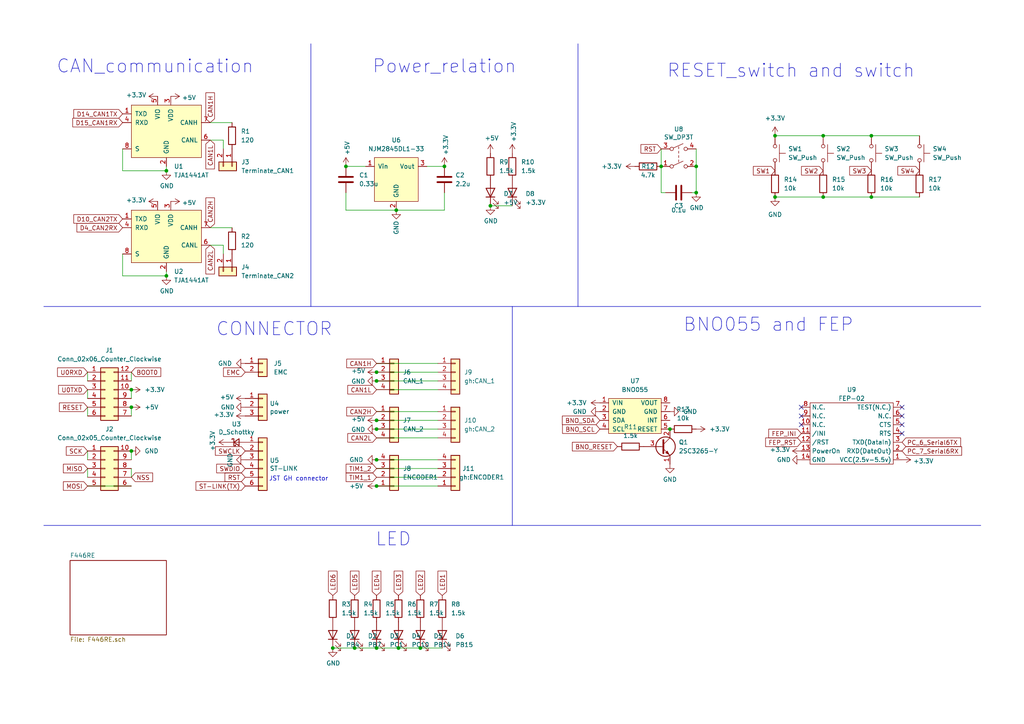
<source format=kicad_sch>
(kicad_sch (version 20230121) (generator eeschema)
  (paper "A4")
  (lib_symbols
    (symbol "+3.3V_1" (power) (pin_names (offset 0))
      (property "Value" "+3.3V_1" (at 0 3.556 0))
      (symbol "+3.3V_1_0_1"
        (polyline (pts (xy -0.762 1.27) (xy 0 2.54)))
        (polyline (pts (xy 0 0) (xy 0 2.54)))
        (polyline (pts (xy 0 2.54) (xy 0.762 1.27)))
      )
      (symbol "+3.3V_1_1_1"
        (pin power_in line (at 0 0 90) (length 0) hide (name "+3.3V") (number "1"))
      )
    )
    (symbol "+3.3V_2" (power) (pin_names (offset 0))
      (property "Value" "+3.3V_2" (at 0 3.556 0))
      (symbol "+3.3V_2_0_1"
        (polyline (pts (xy -0.762 1.27) (xy 0 2.54)))
        (polyline (pts (xy 0 0) (xy 0 2.54)))
        (polyline (pts (xy 0 2.54) (xy 0.762 1.27)))
      )
      (symbol "+3.3V_2_1_1"
        (pin power_in line (at 0 0 90) (length 0) hide (name "+3.3V") (number "1"))
      )
    )
    (symbol "+5V_1" (power) (pin_names (offset 0))
      (property "Value" "+5V_1" (at 0 3.556 0))
      (symbol "+5V_1_0_1"
        (polyline (pts (xy -0.762 1.27) (xy 0 2.54)))
        (polyline (pts (xy 0 0) (xy 0 2.54)))
        (polyline (pts (xy 0 2.54) (xy 0.762 1.27)))
      )
      (symbol "+5V_1_1_1"
        (pin power_in line (at 0 0 90) (length 0) hide (name "+5V") (number "1"))
      )
    )
    (symbol "Connector_Generic:Conn_01x02" (pin_names (offset 1.016) hide)
      (property "Reference" "J" (at 0 2.54 0))
      (property "Value" "Conn_01x02" (at 0 -5.08 0))
      (symbol "Conn_01x02_1_1"
        (rectangle (start -1.27 -2.413) (end 0 -2.667) (stroke (width 0.1524)))
        (rectangle (start -1.27 0.127) (end 0 -0.127) (stroke (width 0.1524)))
        (rectangle (start -1.27 1.27) (end 1.27 -3.81) (stroke (width 0.254)) (fill (type background)))
        (pin passive line (at -5.08 0 0) (length 3.81) (name "Pin_1") (number "1"))
        (pin passive line (at -5.08 -2.54 0) (length 3.81) (name "Pin_2") (number "2"))
      )
    )
    (symbol "Connector_Generic:Conn_01x03" (pin_names (offset 1.016) hide)
      (property "Reference" "J" (at 0 5.08 0))
      (property "Value" "Conn_01x03" (at 0 -5.08 0))
      (symbol "Conn_01x03_1_1"
        (rectangle (start -1.27 -2.413) (end 0 -2.667) (stroke (width 0.1524)))
        (rectangle (start -1.27 0.127) (end 0 -0.127) (stroke (width 0.1524)))
        (rectangle (start -1.27 2.667) (end 0 2.413) (stroke (width 0.1524)))
        (rectangle (start -1.27 3.81) (end 1.27 -3.81) (stroke (width 0.254)) (fill (type background)))
        (pin passive line (at -5.08 2.54 0) (length 3.81) (name "Pin_1") (number "1"))
        (pin passive line (at -5.08 0 0) (length 3.81) (name "Pin_2") (number "2"))
        (pin passive line (at -5.08 -2.54 0) (length 3.81) (name "Pin_3") (number "3"))
      )
    )
    (symbol "Connector_Generic:Conn_01x04" (pin_names (offset 1.016) hide)
      (property "Reference" "J" (at 0 5.08 0))
      (property "Value" "Conn_01x04" (at 0 -7.62 0))
      (symbol "Conn_01x04_1_1"
        (rectangle (start -1.27 -4.953) (end 0 -5.207) (stroke (width 0.1524)))
        (rectangle (start -1.27 -2.413) (end 0 -2.667) (stroke (width 0.1524)))
        (rectangle (start -1.27 0.127) (end 0 -0.127) (stroke (width 0.1524)))
        (rectangle (start -1.27 2.667) (end 0 2.413) (stroke (width 0.1524)))
        (rectangle (start -1.27 3.81) (end 1.27 -6.35) (stroke (width 0.254)) (fill (type background)))
        (pin passive line (at -5.08 2.54 0) (length 3.81) (name "Pin_1") (number "1"))
        (pin passive line (at -5.08 0 0) (length 3.81) (name "Pin_2") (number "2"))
        (pin passive line (at -5.08 -2.54 0) (length 3.81) (name "Pin_3") (number "3"))
        (pin passive line (at -5.08 -5.08 0) (length 3.81) (name "Pin_4") (number "4"))
      )
    )
    (symbol "Connector_Generic:Conn_01x06" (pin_names (offset 1.016) hide)
      (property "Reference" "J" (at 0 7.62 0))
      (property "Value" "Conn_01x06" (at 0 -10.16 0))
      (symbol "Conn_01x06_1_1"
        (rectangle (start -1.27 -7.493) (end 0 -7.747) (stroke (width 0.1524)))
        (rectangle (start -1.27 -4.953) (end 0 -5.207) (stroke (width 0.1524)))
        (rectangle (start -1.27 -2.413) (end 0 -2.667) (stroke (width 0.1524)))
        (rectangle (start -1.27 0.127) (end 0 -0.127) (stroke (width 0.1524)))
        (rectangle (start -1.27 2.667) (end 0 2.413) (stroke (width 0.1524)))
        (rectangle (start -1.27 5.207) (end 0 4.953) (stroke (width 0.1524)))
        (rectangle (start -1.27 6.35) (end 1.27 -8.89) (stroke (width 0.254)) (fill (type background)))
        (pin passive line (at -5.08 5.08 0) (length 3.81) (name "Pin_1") (number "1"))
        (pin passive line (at -5.08 2.54 0) (length 3.81) (name "Pin_2") (number "2"))
        (pin passive line (at -5.08 0 0) (length 3.81) (name "Pin_3") (number "3"))
        (pin passive line (at -5.08 -2.54 0) (length 3.81) (name "Pin_4") (number "4"))
        (pin passive line (at -5.08 -5.08 0) (length 3.81) (name "Pin_5") (number "5"))
        (pin passive line (at -5.08 -7.62 0) (length 3.81) (name "Pin_6") (number "6"))
      )
    )
    (symbol "Connector_Generic:Conn_02x05_Counter_Clockwise" (pin_names (offset 1.016) hide)
      (property "Reference" "J" (at 1.27 7.62 0))
      (property "Value" "Conn_02x05_Counter_Clockwise" (at 1.27 -7.62 0))
      (symbol "Conn_02x05_Counter_Clockwise_1_1"
        (rectangle (start -1.27 -4.953) (end 0 -5.207) (stroke (width 0.1524)))
        (rectangle (start -1.27 -2.413) (end 0 -2.667) (stroke (width 0.1524)))
        (rectangle (start -1.27 0.127) (end 0 -0.127) (stroke (width 0.1524)))
        (rectangle (start -1.27 2.667) (end 0 2.413) (stroke (width 0.1524)))
        (rectangle (start -1.27 5.207) (end 0 4.953) (stroke (width 0.1524)))
        (rectangle (start -1.27 6.35) (end 3.81 -6.35) (stroke (width 0.254)) (fill (type background)))
        (rectangle (start 3.81 -4.953) (end 2.54 -5.207) (stroke (width 0.1524)))
        (rectangle (start 3.81 -2.413) (end 2.54 -2.667) (stroke (width 0.1524)))
        (rectangle (start 3.81 0.127) (end 2.54 -0.127) (stroke (width 0.1524)))
        (rectangle (start 3.81 2.667) (end 2.54 2.413) (stroke (width 0.1524)))
        (rectangle (start 3.81 5.207) (end 2.54 4.953) (stroke (width 0.1524)))
        (pin passive line (at -5.08 5.08 0) (length 3.81) (name "Pin_1") (number "1"))
        (pin passive line (at 7.62 5.08 180) (length 3.81) (name "Pin_10") (number "10"))
        (pin passive line (at -5.08 2.54 0) (length 3.81) (name "Pin_2") (number "2"))
        (pin passive line (at -5.08 0 0) (length 3.81) (name "Pin_3") (number "3"))
        (pin passive line (at -5.08 -2.54 0) (length 3.81) (name "Pin_4") (number "4"))
        (pin passive line (at -5.08 -5.08 0) (length 3.81) (name "Pin_5") (number "5"))
        (pin passive line (at 7.62 -5.08 180) (length 3.81) (name "Pin_6") (number "6"))
        (pin passive line (at 7.62 -2.54 180) (length 3.81) (name "Pin_7") (number "7"))
        (pin passive line (at 7.62 0 180) (length 3.81) (name "Pin_8") (number "8"))
        (pin passive line (at 7.62 2.54 180) (length 3.81) (name "Pin_9") (number "9"))
      )
    )
    (symbol "Connector_Generic:Conn_02x06_Counter_Clockwise" (pin_names (offset 1.016) hide)
      (property "Reference" "J" (at 1.27 7.62 0))
      (property "Value" "Conn_02x06_Counter_Clockwise" (at 1.27 -10.16 0))
      (symbol "Conn_02x06_Counter_Clockwise_1_1"
        (rectangle (start -1.27 -7.493) (end 0 -7.747) (stroke (width 0.1524)))
        (rectangle (start -1.27 -4.953) (end 0 -5.207) (stroke (width 0.1524)))
        (rectangle (start -1.27 -2.413) (end 0 -2.667) (stroke (width 0.1524)))
        (rectangle (start -1.27 0.127) (end 0 -0.127) (stroke (width 0.1524)))
        (rectangle (start -1.27 2.667) (end 0 2.413) (stroke (width 0.1524)))
        (rectangle (start -1.27 5.207) (end 0 4.953) (stroke (width 0.1524)))
        (rectangle (start -1.27 6.35) (end 3.81 -8.89) (stroke (width 0.254)) (fill (type background)))
        (rectangle (start 3.81 -7.493) (end 2.54 -7.747) (stroke (width 0.1524)))
        (rectangle (start 3.81 -4.953) (end 2.54 -5.207) (stroke (width 0.1524)))
        (rectangle (start 3.81 -2.413) (end 2.54 -2.667) (stroke (width 0.1524)))
        (rectangle (start 3.81 0.127) (end 2.54 -0.127) (stroke (width 0.1524)))
        (rectangle (start 3.81 2.667) (end 2.54 2.413) (stroke (width 0.1524)))
        (rectangle (start 3.81 5.207) (end 2.54 4.953) (stroke (width 0.1524)))
        (pin passive line (at -5.08 5.08 0) (length 3.81) (name "Pin_1") (number "1"))
        (pin passive line (at 7.62 0 180) (length 3.81) (name "Pin_10") (number "10"))
        (pin passive line (at 7.62 2.54 180) (length 3.81) (name "Pin_11") (number "11"))
        (pin passive line (at 7.62 5.08 180) (length 3.81) (name "Pin_12") (number "12"))
        (pin passive line (at -5.08 2.54 0) (length 3.81) (name "Pin_2") (number "2"))
        (pin passive line (at -5.08 0 0) (length 3.81) (name "Pin_3") (number "3"))
        (pin passive line (at -5.08 -2.54 0) (length 3.81) (name "Pin_4") (number "4"))
        (pin passive line (at -5.08 -5.08 0) (length 3.81) (name "Pin_5") (number "5"))
        (pin passive line (at -5.08 -7.62 0) (length 3.81) (name "Pin_6") (number "6"))
        (pin passive line (at 7.62 -7.62 180) (length 3.81) (name "Pin_7") (number "7"))
        (pin passive line (at 7.62 -5.08 180) (length 3.81) (name "Pin_8") (number "8"))
        (pin passive line (at 7.62 -2.54 180) (length 3.81) (name "Pin_9") (number "9"))
      )
    )
    (symbol "Device:C" (pin_numbers hide) (pin_names (offset 0.254))
      (property "Reference" "C" (at 0.635 2.54 0))
      (property "Value" "C" (at 0.635 -2.54 0))
      (symbol "C_0_1"
        (polyline (pts (xy -2.032 -0.762) (xy 2.032 -0.762)) (stroke (width 0.508)))
        (polyline (pts (xy -2.032 0.762) (xy 2.032 0.762)) (stroke (width 0.508)))
      )
      (symbol "C_1_1"
        (pin passive line (at 0 3.81 270) (length 2.794) (name "~") (number "1"))
        (pin passive line (at 0 -3.81 90) (length 2.794) (name "~") (number "2"))
      )
    )
    (symbol "Device:D_Schottky_Small" (pin_numbers hide) (pin_names (offset 0.254) hide)
      (property "Reference" "D" (at -1.27 2.032 0))
      (property "Value" "D_Schottky_Small" (at -7.112 -2.032 0))
      (symbol "D_Schottky_Small_0_1"
        (polyline (pts (xy -0.762 0) (xy 0.762 0)))
        (polyline (pts (xy 0.762 -1.016) (xy -0.762 0) (xy 0.762 1.016) (xy 0.762 -1.016)) (stroke (width 0.254)))
        (polyline (pts (xy -1.27 0.762) (xy -1.27 1.016) (xy -0.762 1.016) (xy -0.762 -1.016) (xy -0.254 -1.016) (xy -0.254 -0.762)) (stroke (width 0.254)))
      )
      (symbol "D_Schottky_Small_1_1"
        (pin passive line (at -2.54 0 0) (length 1.778) (name "K") (number "1"))
        (pin passive line (at 2.54 0 180) (length 1.778) (name "A") (number "2"))
      )
    )
    (symbol "Device:LED" (pin_numbers hide) (pin_names (offset 1.016) hide)
      (property "Reference" "D" (at 0 2.54 0))
      (property "Value" "LED" (at 0 -2.54 0))
      (symbol "LED_0_1"
        (polyline (pts (xy -1.27 -1.27) (xy -1.27 1.27)) (stroke (width 0.254)))
        (polyline (pts (xy -1.27 0) (xy 1.27 0)))
        (polyline (pts (xy 1.27 -1.27) (xy 1.27 1.27) (xy -1.27 0) (xy 1.27 -1.27)) (stroke (width 0.254)))
        (polyline (pts (xy -3.048 -0.762) (xy -4.572 -2.286) (xy -3.81 -2.286) (xy -4.572 -2.286) (xy -4.572 -1.524)))
        (polyline (pts (xy -1.778 -0.762) (xy -3.302 -2.286) (xy -2.54 -2.286) (xy -3.302 -2.286) (xy -3.302 -1.524)))
      )
      (symbol "LED_1_1"
        (pin passive line (at -3.81 0 0) (length 2.54) (name "K") (number "1"))
        (pin passive line (at 3.81 0 180) (length 2.54) (name "A") (number "2"))
      )
    )
    (symbol "Device:R" (pin_numbers hide) (pin_names (offset 0))
      (property "Reference" "R" (at 2.032 0 90))
      (property "Value" "R" (at 0 0 90))
      (symbol "R_0_1"
        (rectangle (start -1.016 -2.54) (end 1.016 2.54) (stroke (width 0.254)))
      )
      (symbol "R_1_1"
        (pin passive line (at 0 3.81 270) (length 1.27) (name "~") (number "1"))
        (pin passive line (at 0 -3.81 90) (length 1.27) (name "~") (number "2"))
      )
    )
    (symbol "GND_1" (power) (pin_names (offset 0))
      (property "Value" "GND_1" (at 0 -3.81 0))
      (symbol "GND_1_0_1"
        (polyline (pts (xy 0 0) (xy 0 -1.27) (xy 1.27 -1.27) (xy 0 -2.54) (xy -1.27 -1.27) (xy 0 -1.27)))
      )
      (symbol "GND_1_1_1"
        (pin power_in line (at 0 0 270) (length 0) hide (name "GND") (number "1"))
      )
    )
    (symbol "GND_2" (power) (pin_names (offset 0))
      (property "Value" "GND_2" (at 0 -3.81 0))
      (symbol "GND_2_0_1"
        (polyline (pts (xy 0 0) (xy 0 -1.27) (xy 1.27 -1.27) (xy 0 -2.54) (xy -1.27 -1.27) (xy 0 -1.27)))
      )
      (symbol "GND_2_1_1"
        (pin power_in line (at 0 0 270) (length 0) hide (name "GND") (number "1"))
      )
    )
    (symbol "NagaokaSymbol2023:BNO055" (pin_names (offset 1.016))
      (property "Reference" "U" (at 3.81 1.27 0))
      (property "Value" "BNO055" (at 12.7 1.27 0))
      (symbol "BNO055_0_1"
        (rectangle (start 2.54 0) (end 17.78 -10.16) (fill (type background)))
      )
      (symbol "BNO055_1_1"
        (pin passive line (at 0 -1.27 0) (length 2.54) (name "VIN") (number "1"))
        (pin passive line (at 0 -3.81 0) (length 2.54) (name "GND") (number "2"))
        (pin passive line (at 0 -6.35 0) (length 2.54) (name "SDA") (number "3"))
        (pin passive line (at 0 -8.89 0) (length 2.54) (name "SCL") (number "4"))
        (pin passive line (at 20.32 -8.89 180) (length 2.54) (name "RESET") (number "5"))
        (pin passive line (at 20.32 -6.35 180) (length 2.54) (name "INT") (number "6"))
        (pin passive line (at 20.32 -3.81 180) (length 2.54) (name "GND") (number "7"))
        (pin passive line (at 20.32 -1.27 180) (length 2.54) (name "VOUT") (number "8"))
      )
    )
    (symbol "NagaokaSymbol2023:TJA1441AT" (pin_names (offset 1.016))
      (property "Reference" "U" (at 16.51 3.81 0))
      (property "Value" "TJA1441AT" (at 19.05 1.27 0))
      (symbol "TJA1441AT_0_1"
        (rectangle (start 0 0) (end 20.32 -15.24) (fill (type background)))
      )
      (symbol "TJA1441AT_1_1"
        (pin passive line (at -2.54 -2.54 0) (length 2.54) (name "TXD") (number "1"))
        (pin passive line (at 10.16 -17.78 90) (length 2.54) (name "GND") (number "2"))
        (pin passive line (at 11.43 2.54 270) (length 2.54) (name "VDD") (number "3"))
        (pin passive line (at -2.54 -5.08 0) (length 2.54) (name "RXD") (number "4"))
        (pin passive line (at 7.62 2.54 270) (length 2.54) (name "VIO") (number "5"))
        (pin passive line (at 22.86 -10.16 180) (length 2.54) (name "CANL") (number "6"))
        (pin passive line (at 22.86 -5.08 180) (length 2.54) (name "CANH") (number "7"))
        (pin passive line (at -2.54 -12.7 0) (length 2.54) (name "S") (number "8"))
      )
    )
    (symbol "Switch:SW_DPST" (pin_names (offset 0) hide)
      (property "Reference" "SW" (at 0 5.08 0))
      (property "Value" "SW_DPST" (at 0 -5.08 0))
      (symbol "SW_DPST_0_0"
        (circle (center -2.032 -2.54) (radius 0.508))
        (circle (center -2.032 2.54) (radius 0.508))
        (polyline (pts (xy -1.524 -2.286) (xy 1.27 -1.016)))
        (polyline (pts (xy -1.524 2.794) (xy 1.27 4.064)))
        (polyline (pts (xy 0 -1.27) (xy 0 -0.635)))
        (polyline (pts (xy 0 0) (xy 0 0.635)))
        (polyline (pts (xy 0 1.27) (xy 0 1.905)))
        (polyline (pts (xy 0 2.54) (xy 0 3.175)))
        (circle (center 2.032 -2.54) (radius 0.508))
        (circle (center 2.032 2.54) (radius 0.508))
      )
      (symbol "SW_DPST_1_1"
        (pin passive line (at -5.08 -2.54 0) (length 2.54) (name "1") (number "1"))
        (pin passive line (at 5.08 -2.54 180) (length 2.54) (name "2") (number "2"))
        (pin passive line (at -5.08 2.54 0) (length 2.54) (name "3") (number "3"))
        (pin passive line (at 5.08 2.54 180) (length 2.54) (name "4") (number "4"))
      )
    )
    (symbol "Switch:SW_Push" (pin_numbers hide) (pin_names (offset 1.016) hide)
      (property "Reference" "SW" (at 1.27 2.54 0))
      (property "Value" "SW_Push" (at 0 -1.524 0))
      (symbol "SW_Push_0_1"
        (circle (center -2.032 0) (radius 0.508))
        (polyline (pts (xy 0 1.27) (xy 0 3.048)))
        (polyline (pts (xy 2.54 1.27) (xy -2.54 1.27)))
        (circle (center 2.032 0) (radius 0.508))
        (pin passive line (at -5.08 0 0) (length 2.54) (name "1") (number "1"))
        (pin passive line (at 5.08 0 180) (length 2.54) (name "2") (number "2"))
      )
    )
    (symbol "Symbol_Monkey:NJM2845DL1-33" (pin_names (offset 1.016))
      (property "Reference" "U" (at 7.62 3.81 0))
      (property "Value" "NJM2845DL1-33" (at 8.89 1.27 0))
      (symbol "NJM2845DL1-33_0_1"
        (rectangle (start 15.24 0) (end 2.54 -12.7) (fill (type background)))
      )
      (symbol "NJM2845DL1-33_1_1"
        (pin passive line (at 0 -2.54 0) (length 2.54) (name "Vin") (number "1"))
        (pin passive line (at 8.89 -15.24 90) (length 2.54) (name "GND") (number "2"))
        (pin passive line (at 17.78 -2.54 180) (length 2.54) (name "Vout") (number "3"))
      )
    )
    (symbol "Transistor_BJT:2SC1815" (pin_names (offset 0) hide)
      (property "Reference" "Q" (at 5.08 1.905 0))
      (property "Value" "2SC1815" (at 5.08 0 0))
      (symbol "2SC1815_0_1"
        (polyline (pts (xy 0 0) (xy 0.508 0)))
        (polyline (pts (xy 0.635 0.635) (xy 2.54 2.54)))
        (polyline (pts (xy 0.635 -0.635) (xy 2.54 -2.54) (xy 2.54 -2.54)))
        (polyline (pts (xy 0.635 1.905) (xy 0.635 -1.905) (xy 0.635 -1.905)) (stroke (width 0.508)))
        (polyline (pts (xy 1.27 -1.778) (xy 1.778 -1.27) (xy 2.286 -2.286) (xy 1.27 -1.778) (xy 1.27 -1.778)) (fill (type outline)))
        (circle (center 1.27 0) (radius 2.8194) (stroke (width 0.254)))
      )
      (symbol "2SC1815_1_1"
        (pin passive line (at 2.54 -5.08 90) (length 2.54) (name "E") (number "1"))
        (pin passive line (at 2.54 5.08 270) (length 2.54) (name "C") (number "2"))
        (pin input line (at -5.08 0 0) (length 5.08) (name "B") (number "3"))
      )
    )
    (symbol "power:+3.3V" (power) (pin_names (offset 0))
      (property "Value" "+3.3V" (at 0 3.556 0))
      (symbol "+3.3V_0_1"
        (polyline (pts (xy -0.762 1.27) (xy 0 2.54)))
        (polyline (pts (xy 0 0) (xy 0 2.54)))
        (polyline (pts (xy 0 2.54) (xy 0.762 1.27)))
      )
      (symbol "+3.3V_1_1"
        (pin power_in line (at 0 0 90) (length 0) hide (name "+3.3V") (number "1"))
      )
    )
    (symbol "power:+5V" (power) (pin_names (offset 0))
      (property "Value" "+5V" (at 0 3.556 0))
      (symbol "+5V_0_1"
        (polyline (pts (xy -0.762 1.27) (xy 0 2.54)))
        (polyline (pts (xy 0 0) (xy 0 2.54)))
        (polyline (pts (xy 0 2.54) (xy 0.762 1.27)))
      )
      (symbol "+5V_1_1"
        (pin power_in line (at 0 0 90) (length 0) hide (name "+5V") (number "1"))
      )
    )
    (symbol "power:GND" (power) (pin_names (offset 0))
      (property "Value" "GND" (at 0 -3.81 0))
      (symbol "GND_0_1"
        (polyline (pts (xy 0 0) (xy 0 -1.27) (xy 1.27 -1.27) (xy 0 -2.54) (xy -1.27 -1.27) (xy 0 -1.27)))
      )
      (symbol "GND_1_1"
        (pin power_in line (at 0 0 270) (length 0) hide (name "GND") (number "1"))
      )
    )
    (symbol "watanabe_sym:FEP-02"
      (property "Reference" "U" (at 0 0 0))
      (property "Value" "FEP-02" (at 0 1.905 0))
      (symbol "FEP-02_0_1"
        (rectangle (start -12.065 0) (end 12.065 -17.78))
      )
      (symbol "FEP-02_1_1"
        (pin input line (at 14.605 -16.51 180) (length 2.54) (name "VCC(2.5v-5.5v)") (number "1"))
        (pin input line (at -14.605 -6.35 0) (length 2.54) (name "N.C.") (number "10"))
        (pin input line (at -14.605 -8.89 0) (length 2.54) (name "/INI") (number "11"))
        (pin input line (at -14.605 -11.43 0) (length 2.54) (name "/RST") (number "12"))
        (pin input line (at -14.605 -13.97 0) (length 2.54) (name "PowerOn") (number "13"))
        (pin input line (at -14.605 -16.51 0) (length 2.54) (name "GND") (number "14"))
        (pin input line (at 14.605 -13.97 180) (length 2.54) (name "RXD(DateOut)") (number "2"))
        (pin input line (at 14.605 -11.43 180) (length 2.54) (name "TXD(DataIn)") (number "3"))
        (pin input line (at 14.605 -8.89 180) (length 2.54) (name "RTS") (number "4"))
        (pin input line (at 14.605 -6.35 180) (length 2.54) (name "CTS") (number "5"))
        (pin input line (at 14.605 -3.81 180) (length 2.54) (name "N.C.") (number "6"))
        (pin input line (at 14.605 -1.27 180) (length 2.54) (name "TEST(N.C.)") (number "7"))
        (pin input line (at -14.605 -1.27 0) (length 2.54) (name "N.C.") (number "8"))
        (pin input line (at -14.605 -3.81 0) (length 2.54) (name "N.C.") (number "9"))
      )
    )
  )
  (junction (at 252.73 57.15))
  (junction (at 224.79 57.15))
  (junction (at 114.935 60.96))
  (junction (at 142.24 59.69))
  (junction (at 109.22 140.97))
  (junction (at 96.52 187.96))
  (junction (at 224.79 39.37))
  (junction (at 109.22 133.35))
  (junction (at 191.77 48.26))
  (junction (at 109.22 121.92))
  (junction (at 38.1 113.03))
  (junction (at 38.1 118.11))
  (junction (at 194.31 124.46))
  (junction (at 128.905 48.26))
  (junction (at 102.87 187.96))
  (junction (at 109.22 124.46))
  (junction (at 252.73 39.37))
  (junction (at 109.22 110.49))
  (junction (at 121.92 187.96))
  (junction (at 109.22 107.95))
  (junction (at 115.57 187.96))
  (junction (at 201.93 55.88))
  (junction (at 48.26 49.53))
  (junction (at 38.1 130.81))
  (junction (at 48.26 80.01))
  (junction (at 201.93 48.26))
  (junction (at 238.76 57.15))
  (junction (at 100.33 48.26))
  (junction (at 238.76 39.37))
  (junction (at 109.22 187.96))
  (no_connect (at 232.41 123.19))
  (no_connect (at 232.41 120.65))
  (no_connect (at 261.62 118.11))
  (no_connect (at 232.41 118.11))
  (no_connect (at 261.62 123.19))
  (no_connect (at 261.62 120.65))
  (no_connect (at 261.62 125.73))
  (wire (pts (xy 38.1 118.11) (xy 38.1 120.65)))
  (wire (pts (xy 109.22 124.46) (xy 127 124.46)))
  (wire (pts (xy 35.56 43.18) (xy 35.56 49.53)))
  (wire (pts (xy 238.76 39.37) (xy 252.73 39.37)))
  (wire (pts (xy 191.77 55.88) (xy 193.04 55.88)))
  (wire (pts (xy 38.1 130.81) (xy 38.1 133.35)))
  (wire (pts (xy 200.66 55.88) (xy 201.93 55.88)))
  (polyline (pts (xy 284.48 152.4) (xy 12.7 152.4)))
  (wire (pts (xy 109.22 140.97) (xy 127 140.97)))
  (wire (pts (xy 191.77 48.26) (xy 191.77 55.88)))
  (wire (pts (xy 35.56 80.01) (xy 48.26 80.01)))
  (wire (pts (xy 109.22 135.89) (xy 127 135.89)))
  (wire (pts (xy 35.56 73.66) (xy 35.56 80.01)))
  (wire (pts (xy 252.73 57.15) (xy 266.7 57.15)))
  (wire (pts (xy 25.4 107.95) (xy 25.4 110.49)))
  (wire (pts (xy 252.73 39.37) (xy 266.7 39.37)))
  (wire (pts (xy 238.76 57.15) (xy 252.73 57.15)))
  (wire (pts (xy 38.1 135.89) (xy 38.1 138.43)))
  (wire (pts (xy 109.22 127) (xy 127 127)))
  (wire (pts (xy 100.33 60.96) (xy 114.935 60.96)))
  (wire (pts (xy 64.77 73.66) (xy 64.77 71.12)))
  (wire (pts (xy 60.96 35.56) (xy 67.31 35.56)))
  (wire (pts (xy 96.52 187.96) (xy 102.87 187.96)))
  (wire (pts (xy 128.905 60.96) (xy 114.935 60.96)))
  (wire (pts (xy 60.96 71.12) (xy 64.77 71.12)))
  (wire (pts (xy 128.905 55.88) (xy 128.905 60.96)))
  (wire (pts (xy 64.77 40.64) (xy 60.96 40.64)))
  (wire (pts (xy 109.22 121.92) (xy 127 121.92)))
  (polyline (pts (xy 12.7 88.9) (xy 284.48 88.9)))
  (wire (pts (xy 201.93 48.26) (xy 201.93 55.88)))
  (wire (pts (xy 100.33 55.88) (xy 100.33 60.96)))
  (wire (pts (xy 25.4 140.97) (xy 38.1 140.97)))
  (wire (pts (xy 25.4 135.89) (xy 25.4 138.43)))
  (wire (pts (xy 123.825 48.26) (xy 128.905 48.26)))
  (wire (pts (xy 109.22 110.49) (xy 127 110.49)))
  (wire (pts (xy 109.22 119.38) (xy 127 119.38)))
  (wire (pts (xy 60.96 66.04) (xy 67.31 66.04)))
  (wire (pts (xy 38.1 113.03) (xy 38.1 115.57)))
  (wire (pts (xy 201.93 43.18) (xy 201.93 48.26)))
  (wire (pts (xy 102.87 187.96) (xy 109.22 187.96)))
  (wire (pts (xy 109.22 107.95) (xy 127 107.95)))
  (wire (pts (xy 191.77 43.18) (xy 191.77 48.26)))
  (wire (pts (xy 48.26 49.53) (xy 35.56 49.53)))
  (wire (pts (xy 64.77 43.18) (xy 64.77 40.64)))
  (wire (pts (xy 224.79 57.15) (xy 238.76 57.15)))
  (wire (pts (xy 109.22 138.43) (xy 127 138.43)))
  (wire (pts (xy 25.4 118.11) (xy 25.4 120.65)))
  (polyline (pts (xy 148.59 88.9) (xy 148.59 152.4)))
  (wire (pts (xy 115.57 187.96) (xy 121.92 187.96)))
  (wire (pts (xy 109.22 187.96) (xy 115.57 187.96)))
  (wire (pts (xy 25.4 113.03) (xy 25.4 115.57)))
  (wire (pts (xy 48.26 80.01) (xy 48.26 78.74)))
  (polyline (pts (xy 167.64 12.7) (xy 167.64 88.9)))
  (wire (pts (xy 38.1 107.95) (xy 38.1 110.49)))
  (wire (pts (xy 121.92 187.96) (xy 128.27 187.96)))
  (wire (pts (xy 142.24 59.69) (xy 148.59 59.69)))
  (wire (pts (xy 100.33 48.26) (xy 106.045 48.26)))
  (wire (pts (xy 109.22 105.41) (xy 127 105.41)))
  (wire (pts (xy 48.26 48.26) (xy 48.26 49.53)))
  (polyline (pts (xy 90.17 12.7) (xy 90.17 88.9)))
  (wire (pts (xy 224.79 39.37) (xy 238.76 39.37)))
  (wire (pts (xy 109.22 113.03) (xy 127 113.03)))
  (wire (pts (xy 25.4 130.81) (xy 25.4 133.35)))
  (wire (pts (xy 109.22 133.35) (xy 127 133.35)))
  (text "Power_relation" (at 149.86 21.59 0) (effects (font (size 3.81 3.81)) (justify right bottom)))
  (text "RESET_switch and switch" (at 265.43 22.86 0) (effects (font (size 3.81 3.81)) (justify right bottom)))
  (text "JST GH connector" (at 95.25 139.7 0) (effects (font (size 1.27 1.27)) (justify right bottom)))
  (text "CAN_communication" (at 73.66 21.59 0) (effects (font (size 3.81 3.81)) (justify right bottom)))
  (text "LED" (at 119.38 158.75 0) (effects (font (size 3.81 3.81)) (justify right bottom)))
  (text "BNO055 and FEP" (at 247.65 96.52 0) (effects (font (size 3.81 3.81)) (justify right bottom)))
  (text "CONNECTOR" (at 96.52 97.79 0) (effects (font (size 3.81 3.81)) (justify right bottom)))
  (global_label "CAN2L" (shape input) (at 109.22 127 180) (property "Intersheetrefs" "${INTERSHEET_REFS}" (effects hide)))
  (global_label "BNO_SDA" (shape input) (at 173.99 121.92 180) (property "Intersheetrefs" "${INTERSHEET_REFS}" (effects hide)))
  (global_label "LED1" (shape input) (at 128.27 172.72 90) (property "Intersheetrefs" "${INTERSHEET_REFS}" (effects hide)))
  (global_label "LED5" (shape input) (at 102.87 172.72 90) (property "Intersheetrefs" "${INTERSHEET_REFS}" (effects hide)))
  (global_label "RST" (shape input) (at 191.77 43.18 180) (property "Intersheetrefs" "${INTERSHEET_REFS}" (effects hide)))
  (global_label "D14_CAN1TX" (shape input) (at 35.56 33.02 180) (property "Intersheetrefs" "${INTERSHEET_REFS}" (effects hide)))
  (global_label "BNO_SCL" (shape input) (at 173.99 124.46 180) (property "Intersheetrefs" "${INTERSHEET_REFS}" (effects hide)))
  (global_label "CAN1L" (shape input) (at 109.22 113.03 180) (property "Intersheetrefs" "${INTERSHEET_REFS}" (effects hide)))
  (global_label "SWDIO" (shape input) (at 71.12 135.89 180) (property "Intersheetrefs" "${INTERSHEET_REFS}" (effects hide)))
  (global_label "D4_CAN2RX" (shape input) (at 35.56 66.04 180) (property "Intersheetrefs" "${INTERSHEET_REFS}" (effects hide)))
  (global_label "CAN2L" (shape input) (at 60.96 71.12 270) (property "Intersheetrefs" "${INTERSHEET_REFS}" (effects hide)))
  (global_label "ST-LINK(TX)" (shape input) (at 71.12 140.97 180) (property "Intersheetrefs" "${INTERSHEET_REFS}" (effects hide)))
  (global_label "CAN1H" (shape input) (at 60.96 35.56 90) (property "Intersheetrefs" "${INTERSHEET_REFS}" (effects hide)))
  (global_label "RST" (shape input) (at 71.12 138.43 180) (property "Intersheetrefs" "${INTERSHEET_REFS}" (effects hide)))
  (global_label "TIM1_2" (shape input) (at 109.22 135.89 180) (property "Intersheetrefs" "${INTERSHEET_REFS}" (effects hide)))
  (global_label "SWCLK" (shape input) (at 71.12 130.81 180) (property "Intersheetrefs" "${INTERSHEET_REFS}" (effects hide)))
  (global_label "PC_7_Serial6RX" (shape input) (at 261.62 130.81 0) (property "Intersheetrefs" "${INTERSHEET_REFS}" (effects hide)) (property "シート間のリファレンス" "${INTERSHEET_REFS}" (effects hide)))
  (global_label "SW4" (shape input) (at 266.7 49.53 180) (property "Intersheetrefs" "${INTERSHEET_REFS}" (effects hide)))
  (global_label "SW1" (shape input) (at 224.79 49.53 180) (property "Intersheetrefs" "${INTERSHEET_REFS}" (effects hide)))
  (global_label "LED4" (shape input) (at 109.22 172.72 90) (property "Intersheetrefs" "${INTERSHEET_REFS}" (effects hide)))
  (global_label "PC_6_Serial6TX" (shape input) (at 261.62 128.27 0) (property "Intersheetrefs" "${INTERSHEET_REFS}" (effects hide)) (property "シート間のリファレンス" "${INTERSHEET_REFS}" (effects hide)))
  (global_label "SW3" (shape input) (at 252.73 49.53 180) (property "Intersheetrefs" "${INTERSHEET_REFS}" (effects hide)))
  (global_label "D10_CAN2TX" (shape input) (at 35.56 63.5 180) (property "Intersheetrefs" "${INTERSHEET_REFS}" (effects hide)))
  (global_label "SCK" (shape input) (at 25.4 130.81 180) (property "Intersheetrefs" "${INTERSHEET_REFS}" (effects hide)))
  (global_label "LED2" (shape input) (at 121.92 172.72 90) (property "Intersheetrefs" "${INTERSHEET_REFS}" (effects hide)))
  (global_label "CAN2H" (shape input) (at 109.22 119.38 180) (property "Intersheetrefs" "${INTERSHEET_REFS}" (effects hide)))
  (global_label "MOSI" (shape input) (at 25.4 140.97 180) (property "Intersheetrefs" "${INTERSHEET_REFS}" (effects hide)))
  (global_label "CAN2H" (shape input) (at 60.96 66.04 90) (property "Intersheetrefs" "${INTERSHEET_REFS}" (effects hide)))
  (global_label "D15_CAN1RX" (shape input) (at 35.56 35.56 180) (property "Intersheetrefs" "${INTERSHEET_REFS}" (effects hide)))
  (global_label "LED6" (shape input) (at 96.52 172.72 90) (property "Intersheetrefs" "${INTERSHEET_REFS}" (effects hide)))
  (global_label "MISO" (shape input) (at 25.4 135.89 180) (property "Intersheetrefs" "${INTERSHEET_REFS}" (effects hide)))
  (global_label "U0TXD" (shape input) (at 25.4 113.03 180) (property "Intersheetrefs" "${INTERSHEET_REFS}" (effects hide)))
  (global_label "BOOT0" (shape input) (at 38.1 107.95 0) (property "Intersheetrefs" "${INTERSHEET_REFS}" (effects hide)))
  (global_label "CAN1H" (shape input) (at 109.22 105.41 180) (property "Intersheetrefs" "${INTERSHEET_REFS}" (effects hide)))
  (global_label "BNO_RESET" (shape input) (at 179.07 129.54 180) (property "Intersheetrefs" "${INTERSHEET_REFS}" (effects hide)))
  (global_label "NSS" (shape input) (at 38.1 138.43 0) (property "Intersheetrefs" "${INTERSHEET_REFS}" (effects hide)))
  (global_label "LED3" (shape input) (at 115.57 172.72 90) (property "Intersheetrefs" "${INTERSHEET_REFS}" (effects hide)))
  (global_label "CAN1L" (shape input) (at 60.96 40.64 270) (property "Intersheetrefs" "${INTERSHEET_REFS}" (effects hide)))
  (global_label "FEP_INI" (shape input) (at 232.41 125.73 180) (property "Intersheetrefs" "${INTERSHEET_REFS}" (effects hide)))
  (global_label "RESET" (shape input) (at 25.4 118.11 180) (property "Intersheetrefs" "${INTERSHEET_REFS}" (effects hide)))
  (global_label "SW2" (shape input) (at 238.76 49.53 180) (property "Intersheetrefs" "${INTERSHEET_REFS}" (effects hide)))
  (global_label "U0RXD" (shape input) (at 25.4 107.95 180) (property "Intersheetrefs" "${INTERSHEET_REFS}" (effects hide)))
  (global_label "FEP_RST" (shape input) (at 232.41 128.27 180) (property "Intersheetrefs" "${INTERSHEET_REFS}" (effects hide)))
  (global_label "EMC" (shape input) (at 71.12 107.95 180) (property "Intersheetrefs" "${INTERSHEET_REFS}" (effects hide)))
  (global_label "TIM1_1" (shape input) (at 109.22 138.43 180) (property "Intersheetrefs" "${INTERSHEET_REFS}" (effects hide)))
  (symbol (lib_id "power:+3.3V") (at 148.59 44.45 0) (unit 1)
    (property "Reference" "#U011" (effects hide))
    (property "Value" "+3.3V" (at 148.971 41.1988 90) (effects (justify left)))
  )
  (symbol (lib_id "power:GND") (at 109.22 110.49 270) (unit 1)
    (property "Reference" "#PWR08" (effects hide))
    (property "Value" "GND" (at 105.9688 110.617 90) (effects (justify right)))
  )
  (symbol (lib_id "Device:R") (at 187.96 48.26 90) (unit 1)
    (property "Reference" "R12" (at 187.96 48.26 90))
    (property "Value" "4.7k" (at 187.96 50.8 90))
    (property "Footprint" "Footprint_nishi:R_0603_1608" (effects hide))
  )
  (symbol (lib_id "Device:R") (at 96.52 176.53 0) (unit 1)
    (property "Reference" "R3" (at 99.06 175.26 0) (effects (justify left)))
    (property "Value" "1.5k" (at 99.06 177.8 0) (effects (justify left)))
    (property "Footprint" "Footprint_nishi:R_0603_1608" (effects hide))
  )
  (symbol (lib_name "+3.3V_1") (lib_id "power:+3.3V") (at 38.1 113.03 270) (mirror x) (unit 1)
    (property "Reference" "#PWR01" (effects hide))
    (property "Value" "+3.3V" (at 41.91 113.03 90) (effects (justify left)))
  )
  (symbol (lib_id "Switch:SW_Push") (at 238.76 44.45 270) (unit 1)
    (property "Reference" "SW2" (at 242.57 43.18 90) (effects (justify left)))
    (property "Value" "SW_Push" (at 242.57 45.72 90) (effects (justify left)))
    (property "Footprint" "Button_Switch_THT:SW_PUSH_6mm" (effects hide))
  )
  (symbol (lib_id "Device:LED") (at 109.22 184.15 90) (unit 1)
    (property "Reference" "D3" (at 113.03 184.4675 90) (effects (justify right)))
    (property "Value" "PC1" (at 113.03 187.0075 90) (effects (justify right)))
    (property "Footprint" "Footprint_nishi:LED_0603_1608" (effects hide))
  )
  (symbol (lib_name "+3.3V_2") (lib_id "power:+3.3V") (at 184.15 48.26 90) (unit 1)
    (property "Reference" "#PWR034" (effects hide))
    (property "Value" "+3.3V" (at 180.34 48.26 90) (effects (justify left)))
  )
  (symbol (lib_id "Device:C") (at 128.905 52.07 0) (unit 1)
    (property "Reference" "C2" (at 132.08 50.7999 0) (effects (justify left)))
    (property "Value" "2.2u" (at 132.08 53.3399 0) (effects (justify left)))
    (property "Footprint" "Footprint_nishi:C_0805_2012" (effects hide))
  )
  (symbol (lib_id "power:+3.3V") (at 128.905 48.26 0) (unit 1)
    (property "Reference" "#U08" (effects hide))
    (property "Value" "+3.3V" (at 129.286 45.0088 90) (effects (justify left)))
  )
  (symbol (lib_id "Connector_Generic:Conn_01x03") (at 76.2 118.11 0) (unit 1)
    (property "Reference" "U4" (at 78.232 117.0432 0) (effects (justify left)))
    (property "Value" "power" (at 78.232 119.3546 0) (effects (justify left)))
    (property "Footprint" "Connector_JST:JST_XH_B3B-XH-A_1x03_P2.50mm_Vertical" (effects hide))
  )
  (symbol (lib_id "power:GND") (at 71.12 118.11 270) (unit 1)
    (property "Reference" "#U02" (effects hide))
    (property "Value" "GND" (at 66.04 118.11 90))
  )
  (symbol (lib_id "Device:R") (at 115.57 176.53 0) (unit 1)
    (property "Reference" "R6" (at 118.11 175.26 0) (effects (justify left)))
    (property "Value" "1.5k" (at 118.11 177.8 0) (effects (justify left)))
    (property "Footprint" "Footprint_nishi:R_0603_1608" (effects hide))
  )
  (symbol (lib_id "Device:R") (at 142.24 48.26 0) (unit 1)
    (property "Reference" "R9" (at 144.78 46.99 0) (effects (justify left)))
    (property "Value" "1.5k" (at 144.78 49.53 0) (effects (justify left)))
    (property "Footprint" "Footprint_nishi:R_0603_1608" (effects hide))
  )
  (symbol (lib_id "Device:R") (at 148.59 48.26 0) (unit 1)
    (property "Reference" "R10" (at 151.13 46.99 0) (effects (justify left)))
    (property "Value" "1.5k" (at 151.13 49.53 0) (effects (justify left)))
    (property "Footprint" "Footprint_nishi:R_0603_1608" (effects hide))
  )
  (symbol (lib_id "Device:R") (at 121.92 176.53 0) (unit 1)
    (property "Reference" "R7" (at 124.46 175.26 0) (effects (justify left)))
    (property "Value" "1.5k" (at 124.46 177.8 0) (effects (justify left)))
    (property "Footprint" "Footprint_nishi:R_0603_1608" (effects hide))
  )
  (symbol (lib_id "Device:LED") (at 115.57 184.15 90) (unit 1)
    (property "Reference" "D4" (at 119.38 184.4675 90) (effects (justify right)))
    (property "Value" "PC10" (at 119.38 187.0075 90) (effects (justify right)))
    (property "Footprint" "Footprint_nishi:LED_0603_1608" (effects hide))
  )
  (symbol (lib_id "Connector_Generic:Conn_01x02") (at 67.31 78.74 270) (unit 1)
    (property "Reference" "J4" (at 69.977 77.47 90) (effects (justify left)))
    (property "Value" "Terminate_CAN2" (at 69.977 80.01 90) (effects (justify left)))
    (property "Footprint" "Connector_PinSocket_2.54mm:PinSocket_1x02_P2.54mm_Vertical" (effects hide))
  )
  (symbol (lib_id "power:+5V") (at 71.12 115.57 90) (unit 1)
    (property "Reference" "#U01" (effects hide))
    (property "Value" "+5V" (at 67.8688 115.189 90) (effects (justify left)))
  )
  (symbol (lib_id "Device:R") (at 252.73 53.34 0) (unit 1)
    (property "Reference" "R16" (at 255.27 52.07 0) (effects (justify left)))
    (property "Value" "10k" (at 255.27 54.61 0) (effects (justify left)))
    (property "Footprint" "Footprint_nishi:R_0603_1608" (effects hide))
  )
  (symbol (lib_id "Device:LED") (at 121.92 184.15 90) (unit 1)
    (property "Reference" "D5" (at 125.73 184.4675 90) (effects (justify right)))
    (property "Value" "PB14" (at 125.73 187.0075 90) (effects (justify right)))
    (property "Footprint" "Footprint_nishi:LED_0603_1608" (effects hide))
  )
  (symbol (lib_id "Device:C") (at 196.85 55.88 90) (unit 1)
    (property "Reference" "C3" (at 196.85 59.69 90))
    (property "Value" "0.1u" (at 196.85 60.96 90))
    (property "Footprint" "Footprint_nishi:C_0805_2012" (effects hide))
  )
  (symbol (lib_id "NagaokaSymbol2023:BNO055") (at 173.99 115.57 0) (unit 1)
    (property "Reference" "U7" (at 184.15 110.49 0))
    (property "Value" "BNO055" (at 184.15 113.03 0))
    (property "Footprint" "watanabe_smy:BNO055" (effects hide))
  )
  (symbol (lib_id "power:+3.3V") (at 173.99 116.84 90) (unit 1)
    (property "Reference" "#PWR012" (effects hide))
    (property "Value" "+3.3V" (at 170.18 116.84 90) (effects (justify left)))
  )
  (symbol (lib_id "power:+5V") (at 100.33 48.26 0) (unit 1)
    (property "Reference" "#U06" (effects hide))
    (property "Value" "+5V" (at 100.711 45.0088 90) (effects (justify left)))
  )
  (symbol (lib_id "power:GND") (at 71.12 105.41 270) (unit 1)
    (property "Reference" "#PWR07" (effects hide))
    (property "Value" "GND" (at 67.31 105.41 90) (effects (justify right)))
  )
  (symbol (lib_id "Switch:SW_Push") (at 224.79 44.45 270) (unit 1)
    (property "Reference" "SW1" (at 228.6 43.18 90) (effects (justify left)))
    (property "Value" "SW_Push" (at 228.6 45.72 90) (effects (justify left)))
    (property "Footprint" "Button_Switch_THT:SW_PUSH_6mm" (effects hide))
  )
  (symbol (lib_name "GND_1") (lib_id "power:GND") (at 38.1 130.81 90) (unit 1)
    (property "Reference" "#PWR03" (effects hide))
    (property "Value" "GND" (at 41.91 130.81 90) (effects (justify right)))
  )
  (symbol (lib_id "Device:R") (at 67.31 39.37 0) (unit 1)
    (property "Reference" "R1" (at 69.85 38.1 0) (effects (justify left)))
    (property "Value" "120" (at 69.85 40.64 0) (effects (justify left)))
    (property "Footprint" "Footprint_nishi:R_0603_1608" (effects hide))
  )
  (symbol (lib_id "Device:LED") (at 142.24 55.88 90) (unit 1)
    (property "Reference" "D7" (at 146.05 56.1975 90) (effects (justify right)))
    (property "Value" "+5V" (at 146.05 58.7375 90) (effects (justify right)))
    (property "Footprint" "Footprint_nishi:LED_0603_1608" (effects hide))
  )
  (symbol (lib_id "power:GND") (at 232.41 133.35 270) (unit 1)
    (property "Reference" "#PWR019" (effects hide))
    (property "Value" "GND" (at 227.33 133.35 90))
  )
  (symbol (lib_id "power:GND") (at 194.31 134.62 0) (unit 1)
    (property "Reference" "#PWR015" (effects hide))
    (property "Value" "GND" (at 194.31 139.065 0))
  )
  (symbol (lib_id "Device:R") (at 182.88 129.54 90) (unit 1)
    (property "Reference" "R11" (at 182.88 123.825 90))
    (property "Value" "1.5k" (at 182.88 126.365 90))
    (property "Footprint" "Footprint_nishi:R_0603_1608" (effects hide))
  )
  (symbol (lib_id "power:+3.3V") (at 66.04 128.27 90) (unit 1)
    (property "Reference" "#PWR06" (effects hide))
    (property "Value" "+3.3V" (at 61.6458 127.889 0))
  )
  (symbol (lib_name "GND_2") (lib_id "power:GND") (at 224.79 57.15 0) (unit 1)
    (property "Reference" "#PWR018" (effects hide))
    (property "Value" "GND" (at 224.79 62.23 0))
  )
  (symbol (lib_id "Connector_Generic:Conn_01x02") (at 76.2 105.41 0) (unit 1)
    (property "Reference" "J5" (at 79.375 105.41 0) (effects (justify left)))
    (property "Value" "EMC" (at 79.375 107.95 0) (effects (justify left)))
    (property "Footprint" "Connector_JST:JST_XA_S02B-XASK-1_1x02_P2.50mm_Horizontal" (effects hide))
  )
  (symbol (lib_id "power:GND") (at 114.935 60.96 0) (unit 1)
    (property "Reference" "#U07" (effects hide))
    (property "Value" "GND" (at 114.935 66.04 90))
  )
  (symbol (lib_id "power:+5V") (at 109.22 107.95 90) (unit 1)
    (property "Reference" "#U022" (effects hide))
    (property "Value" "+5V" (at 105.9688 107.569 90) (effects (justify left)))
  )
  (symbol (lib_id "Symbol_Monkey:NJM2845DL1-33") (at 106.045 45.72 0) (unit 1)
    (property "Reference" "U6" (at 114.935 40.64 0))
    (property "Value" "NJM2845DL1-33" (at 114.935 43.18 0))
    (property "Footprint" "Footprint_nishi:NJM2845DL1-33" (effects hide))
  )
  (symbol (lib_id "Connector_Generic:Conn_01x04") (at 114.3 138.43 0) (mirror x) (unit 1)
    (property "Reference" "J8" (at 118.11 135.89 0))
    (property "Value" "ENCODER1" (at 121.92 138.43 0))
    (property "Footprint" "Connector_JST:JST_XH_B4B-XH-A_1x04_P2.50mm_Vertical" (effects hide))
  )
  (symbol (lib_id "Connector_Generic:Conn_01x04") (at 114.3 107.95 0) (unit 1)
    (property "Reference" "J6" (at 116.84 107.95 0) (effects (justify left)))
    (property "Value" "CAN_1" (at 116.84 110.49 0) (effects (justify left)))
    (property "Footprint" "Connector_JST:JST_XH_B4B-XH-A_1x04_P2.50mm_Vertical" (effects hide))
  )
  (symbol (lib_id "power:GND") (at 48.26 80.01 0) (unit 1)
    (property "Reference" "#PWR05" (effects hide))
    (property "Value" "GND" (at 48.387 84.4042 0))
  )
  (symbol (lib_id "Device:R") (at 128.27 176.53 0) (unit 1)
    (property "Reference" "R8" (at 130.81 175.26 0) (effects (justify left)))
    (property "Value" "1.5k" (at 130.81 177.8 0) (effects (justify left)))
    (property "Footprint" "Footprint_nishi:R_0603_1608" (effects hide))
  )
  (symbol (lib_id "power:+3.3V") (at 45.72 27.94 90) (unit 1)
    (property "Reference" "#U020" (effects hide))
    (property "Value" "+3.3V" (at 42.4688 27.559 90) (effects (justify left)))
  )
  (symbol (lib_id "power:GND") (at 109.22 124.46 270) (unit 1)
    (property "Reference" "#PWR09" (effects hide))
    (property "Value" "GND" (at 105.9688 124.587 90) (effects (justify right)))
  )
  (symbol (lib_id "power:+5V") (at 109.22 121.92 90) (unit 1)
    (property "Reference" "#U023" (effects hide))
    (property "Value" "+5V" (at 105.9688 121.539 90) (effects (justify left)))
  )
  (symbol (lib_id "power:+5V") (at 49.53 58.42 270) (unit 1)
    (property "Reference" "#U019" (effects hide))
    (property "Value" "+5V" (at 52.7812 58.801 90) (effects (justify left)))
  )
  (symbol (lib_id "Device:LED") (at 148.59 55.88 90) (unit 1)
    (property "Reference" "D8" (at 152.4 56.1975 90) (effects (justify right)))
    (property "Value" "+3.3V" (at 152.4 58.7375 90) (effects (justify right)))
    (property "Footprint" "Footprint_nishi:LED_0603_1608" (effects hide))
  )
  (symbol (lib_id "Device:R") (at 198.12 124.46 90) (unit 1)
    (property "Reference" "R13" (at 198.12 118.745 90))
    (property "Value" "10k" (at 198.12 121.285 90))
    (property "Footprint" "Footprint_nishi:R_0603_1608" (effects hide))
  )
  (symbol (lib_id "watanabe_sym:FEP-02") (at 247.015 116.84 0) (unit 1)
    (property "Reference" "U9" (at 247.015 113.03 0))
    (property "Value" "FEP-02" (at 247.015 115.57 0))
    (property "Footprint" "NagaokaFootprint2023:FEP-02_PIN_SOCKET" (effects hide))
  )
  (symbol (lib_id "Device:LED") (at 96.52 184.15 90) (unit 1)
    (property "Reference" "D1" (at 100.33 184.4675 90) (effects (justify right)))
    (property "Value" "PB4" (at 100.33 187.0075 90) (effects (justify right)))
    (property "Footprint" "Footprint_nishi:LED_0603_1608" (effects hide))
  )
  (symbol (lib_id "Device:LED") (at 128.27 184.15 90) (unit 1)
    (property "Reference" "D6" (at 132.08 184.4675 90) (effects (justify right)))
    (property "Value" "PB15" (at 132.08 187.0075 90) (effects (justify right)))
    (property "Footprint" "Footprint_nishi:LED_0603_1608" (effects hide))
  )
  (symbol (lib_id "Device:R") (at 224.79 53.34 0) (unit 1)
    (property "Reference" "R14" (at 227.33 52.07 0) (effects (justify left)))
    (property "Value" "10k" (at 227.33 54.61 0) (effects (justify left)))
    (property "Footprint" "Footprint_nishi:R_0603_1608" (effects hide))
  )
  (symbol (lib_id "power:+5V") (at 109.22 140.97 90) (unit 1)
    (property "Reference" "#PWR011" (effects hide))
    (property "Value" "+5V" (at 105.41 140.9699 90) (effects (justify left)))
  )
  (symbol (lib_name "+3.3V_2") (lib_id "power:+3.3V") (at 224.79 39.37 0) (unit 1)
    (property "Reference" "#PWR017" (effects hide))
    (property "Value" "+3.3V" (at 224.79 34.29 0))
  )
  (symbol (lib_id "Connector_Generic:Conn_01x04") (at 114.3 121.92 0) (unit 1)
    (property "Reference" "J7" (at 116.84 121.92 0) (effects (justify left)))
    (property "Value" "CAN_2" (at 116.84 124.46 0) (effects (justify left)))
    (property "Footprint" "Connector_JST:JST_XH_B4B-XH-A_1x04_P2.50mm_Vertical" (effects hide))
  )
  (symbol (lib_name "+5V_1") (lib_id "power:+5V") (at 38.1 118.11 270) (mirror x) (unit 1)
    (property "Reference" "#PWR02" (effects hide))
    (property "Value" "+5V" (at 41.91 118.11 90) (effects (justify left)))
  )
  (symbol (lib_id "Switch:SW_Push") (at 252.73 44.45 270) (unit 1)
    (property "Reference" "SW3" (at 256.54 43.18 90) (effects (justify left)))
    (property "Value" "SW_Push" (at 256.54 45.72 90) (effects (justify left)))
    (property "Footprint" "Button_Switch_THT:SW_PUSH_6mm" (effects hide))
  )
  (symbol (lib_id "power:GND") (at 173.99 119.38 270) (unit 1)
    (property "Reference" "#PWR013" (effects hide))
    (property "Value" "GND" (at 170.18 119.38 90) (effects (justify right)))
  )
  (symbol (lib_id "Connector_Generic:Conn_01x04") (at 132.08 107.95 0) (unit 1)
    (property "Reference" "J9" (at 134.62 107.95 0) (effects (justify left)))
    (property "Value" "gh:CAN_1" (at 134.62 110.49 0) (effects (justify left)))
    (property "Footprint" "Connector_JST:JST_GH_SM04B-GHS-TB_1x04-1MP_P1.25mm_Horizontal" (effects hide))
  )
  (symbol (lib_id "Connector_Generic:Conn_01x06") (at 76.2 133.35 0) (unit 1)
    (property "Reference" "U5" (at 78.232 133.5532 0) (effects (justify left)))
    (property "Value" "ST-LINK" (at 78.232 135.8646 0) (effects (justify left)))
    (property "Footprint" "Connector_JST:JST_GH_SM06B-GHS-TB_1x06-1MP_P1.25mm_Horizontal" (effects hide))
  )
  (symbol (lib_id "Connector_Generic:Conn_01x04") (at 132.08 121.92 0) (unit 1)
    (property "Reference" "J10" (at 134.62 121.92 0) (effects (justify left)))
    (property "Value" "gh:CAN_2" (at 134.62 124.46 0) (effects (justify left)))
    (property "Footprint" "Connector_JST:JST_GH_SM04B-GHS-TB_1x04-1MP_P1.25mm_Horizontal" (effects hide))
  )
  (symbol (lib_id "Connector_Generic:Conn_01x02") (at 67.31 48.26 270) (unit 1)
    (property "Reference" "J3" (at 69.977 46.99 90) (effects (justify left)))
    (property "Value" "Terminate_CAN1" (at 69.977 49.53 90) (effects (justify left)))
    (property "Footprint" "Connector_PinSocket_2.54mm:PinSocket_1x02_P2.54mm_Vertical" (effects hide))
  )
  (symbol (lib_id "power:+3.3V") (at 261.62 133.35 270) (unit 1)
    (property "Reference" "#U015" (effects hide))
    (property "Value" "+3.3V" (at 264.8712 133.731 90) (effects (justify left)))
  )
  (symbol (lib_id "Device:R") (at 67.31 69.85 0) (unit 1)
    (property "Reference" "R2" (at 69.85 68.58 0) (effects (justify left)))
    (property "Value" "120" (at 69.85 71.12 0) (effects (justify left)))
    (property "Footprint" "Footprint_nishi:R_0603_1608" (effects hide))
  )
  (symbol (lib_id "Device:C") (at 100.33 52.07 0) (unit 1)
    (property "Reference" "C1" (at 104.14 50.7999 0) (effects (justify left)))
    (property "Value" "0.33u" (at 104.14 53.3399 0) (effects (justify left)))
    (property "Footprint" "Footprint_nishi:C_0805_2012" (effects hide))
  )
  (symbol (lib_id "Device:D_Schottky_Small") (at 68.58 128.27 0) (unit 1)
    (property "Reference" "U3" (at 68.58 123.0122 0))
    (property "Value" "D_Schottky" (at 68.58 125.3236 0))
    (property "Footprint" "Footprint_nishi:smd_diode_SOD-323_HandSoldering_cus10f30" (effects hide))
  )
  (symbol (lib_id "NagaokaSymbol2023:TJA1441AT") (at 38.1 30.48 0) (unit 1)
    (property "Reference" "U1" (at 50.4541 48.26 0) (effects (justify left)))
    (property "Value" "TJA1441AT" (at 50.4541 50.8 0) (effects (justify left)))
    (property "Footprint" "Footprint_nishi:SOIC-8_IR2302_TJA1441AT" (effects hide))
  )
  (symbol (lib_id "power:+5V") (at 49.53 27.94 270) (unit 1)
    (property "Reference" "#U018" (effects hide))
    (property "Value" "+5V" (at 52.7812 28.321 90) (effects (justify left)))
  )
  (symbol (lib_id "power:GND") (at 71.12 133.35 270) (unit 1)
    (property "Reference" "#U04" (effects hide))
    (property "Value" "GND" (at 66.7258 133.477 0))
  )
  (symbol (lib_id "power:+5V") (at 142.24 44.45 0) (unit 1)
    (property "Reference" "#U09" (effects hide))
    (property "Value" "+5V" (at 142.621 40.0558 0))
  )
  (symbol (lib_id "power:GND") (at 96.52 187.96 0) (unit 1)
    (property "Reference" "#U05" (effects hide))
    (property "Value" "GND" (at 96.647 192.3542 0))
  )
  (symbol (lib_id "power:+3.3V") (at 232.41 130.81 90) (unit 1)
    (property "Reference" "#U014" (effects hide))
    (property "Value" "+3.3V" (at 229.1588 130.429 90) (effects (justify left)))
  )
  (symbol (lib_id "Device:R") (at 109.22 176.53 0) (unit 1)
    (property "Reference" "R5" (at 111.76 175.26 0) (effects (justify left)))
    (property "Value" "1.5k" (at 111.76 177.8 0) (effects (justify left)))
    (property "Footprint" "Footprint_nishi:R_0603_1608" (effects hide))
  )
  (symbol (lib_id "Switch:SW_Push") (at 266.7 44.45 270) (unit 1)
    (property "Reference" "SW4" (at 270.51 43.18 90) (effects (justify left)))
    (property "Value" "SW_Push" (at 270.51 45.72 90) (effects (justify left)))
    (property "Footprint" "Button_Switch_THT:SW_PUSH_6mm" (effects hide))
  )
  (symbol (lib_id "Connector_Generic:Conn_02x06_Counter_Clockwise") (at 30.48 113.03 0) (unit 1)
    (property "Reference" "J1" (at 31.75 101.6 0))
    (property "Value" "Conn_02x06_Counter_Clockwise" (at 31.75 104.14 0))
    (property "Footprint" "Connector_PinSocket_2.54mm:PinSocket_2x06_P2.54mm_Vertical" (effects hide))
  )
  (symbol (lib_id "power:+3.3V") (at 201.93 124.46 270) (unit 1)
    (property "Reference" "#PWR016" (effects hide))
    (property "Value" "+3.3V" (at 205.74 124.46 90) (effects (justify left)))
  )
  (symbol (lib_id "Connector_Generic:Conn_02x05_Counter_Clockwise") (at 30.48 135.89 0) (unit 1)
    (property "Reference" "J2" (at 31.75 124.46 0))
    (property "Value" "Conn_02x05_Counter_Clockwise" (at 31.75 127 0))
    (property "Footprint" "Connector_PinSocket_2.54mm:PinSocket_2x05_P2.54mm_Vertical" (effects hide))
  )
  (symbol (lib_id "power:GND") (at 201.93 55.88 0) (unit 1)
    (property "Reference" "#U013" (effects hide))
    (property "Value" "GND" (at 202.057 60.2742 0))
  )
  (symbol (lib_id "Device:LED") (at 102.87 184.15 90) (unit 1)
    (property "Reference" "D2" (at 106.68 184.4675 90) (effects (justify right)))
    (property "Value" "PB7" (at 106.68 187.0075 90) (effects (justify right)))
    (property "Footprint" "Footprint_nishi:LED_0603_1608" (effects hide))
  )
  (symbol (lib_id "NagaokaSymbol2023:TJA1441AT") (at 38.1 60.96 0) (unit 1)
    (property "Reference" "U2" (at 50.4541 78.74 0) (effects (justify left)))
    (property "Value" "TJA1441AT" (at 50.4541 81.28 0) (effects (justify left)))
    (property "Footprint" "Footprint_nishi:SOIC-8_IR2302_TJA1441AT" (effects hide))
  )
  (symbol (lib_id "power:GND") (at 194.31 119.38 90) (unit 1)
    (property "Reference" "#PWR014" (effects hide))
    (property "Value" "GND" (at 198.12 119.38 90) (effects (justify right)))
  )
  (symbol (lib_id "power:GND") (at 48.26 49.53 0) (unit 1)
    (property "Reference" "#PWR04" (effects hide))
    (property "Value" "GND" (at 48.387 53.9242 0))
  )
  (symbol (lib_id "Connector_Generic:Conn_01x04") (at 132.08 138.43 0) (mirror x) (unit 1)
    (property "Reference" "J11" (at 135.89 135.89 0))
    (property "Value" "gh:ENCODER1" (at 139.7 138.43 0))
    (property "Footprint" "Connector_JST:JST_GH_SM04B-GHS-TB_1x04-1MP_P1.25mm_Horizontal" (effects hide))
  )
  (symbol (lib_id "Device:R") (at 238.76 53.34 0) (unit 1)
    (property "Reference" "R15" (at 241.3 52.07 0) (effects (justify left)))
    (property "Value" "10k" (at 241.3 54.61 0) (effects (justify left)))
    (property "Footprint" "Footprint_nishi:R_0603_1608" (effects hide))
  )
  (symbol (lib_id "power:+3.3V") (at 45.72 58.42 90) (unit 1)
    (property "Reference" "#U021" (effects hide))
    (property "Value" "+3.3V" (at 42.4688 58.039 90) (effects (justify left)))
  )
  (symbol (lib_id "Switch:SW_DPST") (at 196.85 45.72 0) (unit 1)
    (property "Reference" "U8" (at 196.85 37.465 0))
    (property "Value" "SW_DP3T" (at 196.85 39.7764 0))
    (property "Footprint" "Footprint_nishi:tact_sw_smd_skrpabe10" (effects hide))
  )
  (symbol (lib_id "Device:R") (at 266.7 53.34 0) (unit 1)
    (property "Reference" "R17" (at 269.24 52.07 0) (effects (justify left)))
    (property "Value" "10k" (at 269.24 54.61 0) (effects (justify left)))
    (property "Footprint" "Footprint_nishi:R_0603_1608" (effects hide))
  )
  (symbol (lib_id "power:+3.3V") (at 71.12 120.65 90) (unit 1)
    (property "Reference" "#U03" (effects hide))
    (property "Value" "+3.3V" (at 67.8688 120.269 90) (effects (justify left)))
  )
  (symbol (lib_id "power:GND") (at 109.22 133.35 270) (unit 1)
    (property "Reference" "#PWR010" (effects hide))
    (property "Value" "GND" (at 105.41 133.3499 90) (effects (justify right)))
  )
  (symbol (lib_id "power:GND") (at 142.24 59.69 0) (unit 1)
    (property "Reference" "#U010" (effects hide))
    (property "Value" "GND" (at 142.367 64.0842 0))
  )
  (symbol (lib_id "Transistor_BJT:2SC1815") (at 191.77 129.54 0) (unit 1)
    (property "Reference" "Q1" (at 196.85 128.27 0) (effects (justify left)))
    (property "Value" "2SC3265-Y" (at 196.85 130.81 0) (effects (justify left)))
    (property "Footprint" "NagaokaFootprint2023:2sc3265_SC-59_Handsoldering" (effects hide))
    (property "Datasheet" "https://media.digikey.com/pdf/Data%20Sheets/Toshiba%20PDFs/2SC1815.pdf" (effects hide))
  )
  (symbol (lib_id "Device:R") (at 102.87 176.53 0) (unit 1)
    (property "Reference" "R4" (at 105.41 175.26 0) (effects (justify left)))
    (property "Value" "1.5k" (at 105.41 177.8 0) (effects (justify left)))
    (property "Footprint" "Footprint_nishi:R_0603_1608" (effects hide))
  )
  (sheet (at 20.32 162.56) (size 27.94 21.59)
    (property "Sheetname" "F446RE" (at 20.32 161.8484 0) (effects (justify left bottom)))
    (property "Sheetfile" "F446RE.sch" (at 20.32 184.7346 0) (effects (justify left top)))
  )
)
</source>
